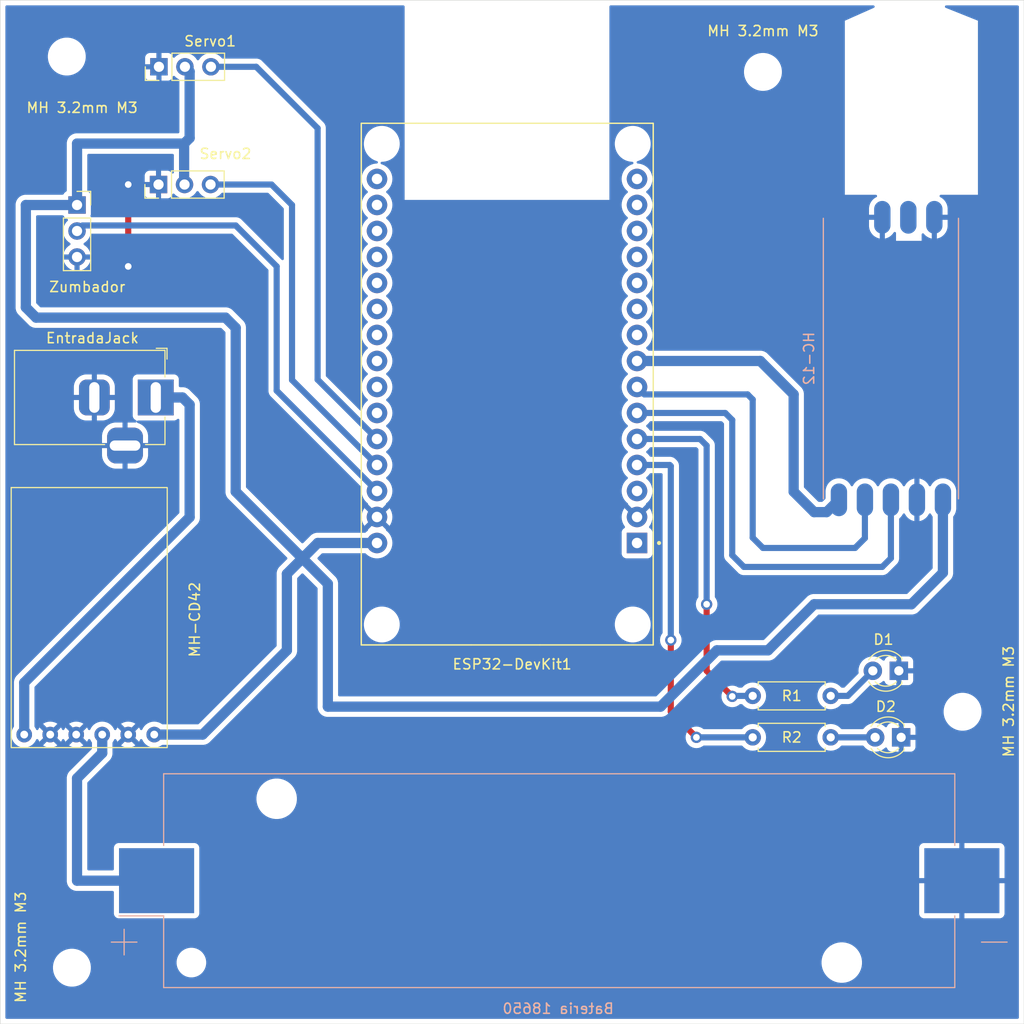
<source format=kicad_pcb>
(kicad_pcb (version 20240108) (generator "pcbnew") (generator_version "8.0")
  (layers (0 "F.Cu" signal) (31 "B.Cu" signal) (34 "B.Paste" user) (35 "F.Paste" user) (36 "B.SilkS" user "B.Silkscreen") (37 "F.SilkS" user "F.Silkscreen") (38 "B.Mask" user) (39 "F.Mask" user) (44 "Edge.Cuts" user))
  (net 0 "")
  (net 1 "+BATT")
  (net 2 "GND")
  (net 3 "/servo_1")
  (net 4 "+5V")
  (net 5 "/servo_2")
  (net 6 "VDC")
  (net 7 "/zumbador")
  (net 8 "Net-(U1-RX2)")
  (net 9 "Net-(U1-TX2)")
  (net 10 "/set_1")
  (net 31 "Net-(D1-A)")
  (net 32 "Net-(D2-A)")
  (net 33 "/resistencia1")
  (net 34 "/resistencia2")
  (footprint "MountingHole:MountingHole_3.2mm_M3" (layer "F.Cu") (at 80.5 46)
    (property "Reference" "MH 3.2mm M3" (at 1.5 5 0) (layer "F.SilkS"))
    (property "Value" "MH 3.2mm M3")
    (pad "" np_thru_hole circle (at 0 0) (size 3.2 3.2) (drill 3.2) (layers "F&B.Cu" "*.Mask"))
  )
  (footprint "Connector_PinHeader_2.54mm:PinHeader_1x03_P2.54mm_Vertical" (layer "F.Cu") (at 89.46 58.5 90)
    (property "Reference" "Servo2" (at 3 6.54 180) (layer "F.SilkS"))
    (property "Value" "Servo2")
    (fp_line (start -1.33 -1.33) (end 0 -1.33) (stroke (width 0.12)) (layer "F.SilkS"))
    (fp_line (start -1.33 0) (end -1.33 -1.33) (stroke (width 0.12)) (layer "F.SilkS"))
    (fp_line (start 1.33 1.27) (end 1.33 6.41) (stroke (width 0.12)) (layer "F.SilkS"))
    (fp_line (start -1.33 1.27) (end 1.33 1.27) (stroke (width 0.12)) (layer "F.SilkS"))
    (fp_line (start -1.33 1.27) (end -1.33 6.41) (stroke (width 0.12)) (layer "F.SilkS"))
    (fp_line (start -1.33 6.41) (end 1.33 6.41) (stroke (width 0.12)) (layer "F.SilkS"))
    (pad "1" thru_hole rect (at 0 0 90) (size 1.7 1.7) (drill 1) (layers "*.Cu" "*.Mask") (net 2 "GND"))
    (pad "2" thru_hole oval (at 0 2.54 90) (size 1.7 1.7) (drill 1) (layers "*.Cu" "*.Mask") (net 4 "+5V"))
    (pad "3" thru_hole oval (at 0 5.08 90) (size 1.7 1.7) (drill 1) (layers "*.Cu" "*.Mask") (net 5 "/servo_2"))
  )
  (footprint "MH-CD42:mh-cd42" (layer "F.Cu") (at 82.69 100.8)
    (property "Reference" "MH-CD42" (at 10.31 0.2 90) (layer "F.SilkS"))
    (property "Value" "MH-CD42")
    (fp_rect (start -7.62 -12.7) (end 7.62 12.7) (stroke (width 0.12)) (fill none) (layer "F.SilkS"))
    (pad "1" thru_hole circle (at -6.35 11.43) (size 1.524 1.524) (drill 0.762) (layers "*.Cu" "*.Mask") (net 6 "VDC"))
    (pad "2" thru_hole circle (at -3.81 11.43) (size 1.524 1.524) (drill 0.762) (layers "*.Cu" "*.Mask") (net 2 "GND"))
    (pad "3" thru_hole circle (at -1.27 11.43) (size 1.524 1.524) (drill 0.762) (layers "*.Cu" "*.Mask") (net 2 "GND"))
    (pad "4" thru_hole circle (at 1.27 11.43) (size 1.524 1.524) (drill 0.762) (layers "*.Cu" "*.Mask") (net 1 "+BATT"))
    (pad "5" thru_hole circle (at 3.81 11.43) (size 1.524 1.524) (drill 0.762) (layers "*.Cu" "*.Mask") (net 2 "GND"))
    (pad "6" thru_hole circle (at 6.35 11.43) (size 1.524 1.524) (drill 0.762) (layers "*.Cu" "*.Mask") (net 4 "+5V"))
  )
  (footprint "Connector_PinHeader_2.54mm:PinHeader_1x03_P2.54mm_Vertical" (layer "F.Cu") (at 89.5 47 90)
    (property "Reference" "Servo1" (at 2.5 5 180) (layer "F.SilkS"))
    (property "Value" "Servo1")
    (fp_line (start -1.33 -1.33) (end 0 -1.33) (stroke (width 0.12)) (layer "F.SilkS"))
    (fp_line (start -1.33 0) (end -1.33 -1.33) (stroke (width 0.12)) (layer "F.SilkS"))
    (fp_line (start 1.33 1.27) (end 1.33 6.41) (stroke (width 0.12)) (layer "F.SilkS"))
    (fp_line (start -1.33 1.27) (end 1.33 1.27) (stroke (width 0.12)) (layer "F.SilkS"))
    (fp_line (start -1.33 1.27) (end -1.33 6.41) (stroke (width 0.12)) (layer "F.SilkS"))
    (fp_line (start -1.33 6.41) (end 1.33 6.41) (stroke (width 0.12)) (layer "F.SilkS"))
    (pad "1" thru_hole rect (at 0 0 90) (size 1.7 1.7) (drill 1) (layers "*.Cu" "*.Mask") (net 2 "GND"))
    (pad "2" thru_hole oval (at 0 2.54 90) (size 1.7 1.7) (drill 1) (layers "*.Cu" "*.Mask") (net 4 "+5V"))
    (pad "3" thru_hole oval (at 0 5.08 90) (size 1.7 1.7) (drill 1) (layers "*.Cu" "*.Mask") (net 3 "/servo_1"))
  )
  (footprint "Resistor_THT:R_Axial_DIN0207_L6.3mm_D2.5mm_P7.62mm_Horizontal" (layer "F.Cu") (at 147.5 108.45)
    (property "Reference" "R1" (at 3.81 0 0) (layer "F.SilkS"))
    (property "Value" "R" (hide yes))
    (fp_line (start 0.54 -1.37) (end 7.08 -1.37) (stroke (width 0.12)) (layer "F.SilkS"))
    (fp_line (start 0.54 -1.04) (end 0.54 -1.37) (stroke (width 0.12)) (layer "F.SilkS"))
    (fp_line (start 0.54 1.04) (end 0.54 1.37) (stroke (width 0.12)) (layer "F.SilkS"))
    (fp_line (start 0.54 1.37) (end 7.08 1.37) (stroke (width 0.12)) (layer "F.SilkS"))
    (fp_line (start 7.08 -1.37) (end 7.08 -1.04) (stroke (width 0.12)) (layer "F.SilkS"))
    (fp_line (start 7.08 1.37) (end 7.08 1.04) (stroke (width 0.12)) (layer "F.SilkS"))
    (pad "1" thru_hole circle (at 0 0) (size 1.6 1.6) (drill 0.8) (layers "*.Cu" "*.Mask") (net 33 "/resistencia1"))
    (pad "2" thru_hole oval (at 7.62 0) (size 1.6 1.6) (drill 0.8) (layers "*.Cu" "*.Mask") (net 31 "Net-(D1-A)"))
  )
  (footprint "Connector_BarrelJack:BarrelJack_Horizontal" (layer "F.Cu") (at 89.19 79.3)
    (property "Reference" "EntradaJack" (at -6.19 -5.8 0) (layer "F.SilkS"))
    (property "Value" "Entrada Jack" (hide yes))
    (fp_line (start -13.8 -4.6) (end 0.9 -4.6) (stroke (width 0.12)) (layer "F.SilkS"))
    (fp_line (start -13.8 4.6) (end -13.8 -4.6) (stroke (width 0.12)) (layer "F.SilkS"))
    (fp_line (start -5 4.6) (end -13.8 4.6) (stroke (width 0.12)) (layer "F.SilkS"))
    (fp_line (start 0.05 -4.8) (end 1.1 -4.8) (stroke (width 0.12)) (layer "F.SilkS"))
    (fp_line (start 0.9 -4.6) (end 0.9 -2) (stroke (width 0.12)) (layer "F.SilkS"))
    (fp_line (start 0.9 1.9) (end 0.9 4.6) (stroke (width 0.12)) (layer "F.SilkS"))
    (fp_line (start 0.9 4.6) (end -1 4.6) (stroke (width 0.12)) (layer "F.SilkS"))
    (fp_line (start 1.1 -3.75) (end 1.1 -4.8) (stroke (width 0.12)) (layer "F.SilkS"))
    (pad "1" thru_hole rect (at 0 0) (size 3.5 3.5) (drill oval 1 3) (layers "*.Cu" "*.Mask") (net 6 "VDC"))
    (pad "2" thru_hole roundrect (at -6 0) (size 3 3.5) (drill oval 1 3) (layers "*.Cu" "*.Mask") (net 2 "GND"))
    (pad "3" thru_hole roundrect (at -3 4.7) (size 3.5 3.5) (drill oval 3 1) (layers "*.Cu" "*.Mask") (net 2 "GND"))
  )
  (footprint "Resistor_THT:R_Axial_DIN0207_L6.3mm_D2.5mm_P7.62mm_Horizontal" (layer "F.Cu") (at 147.5 112.5)
    (property "Reference" "R2" (at 3.81 0 0) (layer "F.SilkS"))
    (property "Value" "R" (hide yes))
    (fp_line (start 0.54 -1.37) (end 7.08 -1.37) (stroke (width 0.12)) (layer "F.SilkS"))
    (fp_line (start 0.54 -1.04) (end 0.54 -1.37) (stroke (width 0.12)) (layer "F.SilkS"))
    (fp_line (start 0.54 1.04) (end 0.54 1.37) (stroke (width 0.12)) (layer "F.SilkS"))
    (fp_line (start 0.54 1.37) (end 7.08 1.37) (stroke (width 0.12)) (layer "F.SilkS"))
    (fp_line (start 7.08 -1.37) (end 7.08 -1.04) (stroke (width 0.12)) (layer "F.SilkS"))
    (fp_line (start 7.08 1.37) (end 7.08 1.04) (stroke (width 0.12)) (layer "F.SilkS"))
    (pad "1" thru_hole circle (at 0 0) (size 1.6 1.6) (drill 0.8) (layers "*.Cu" "*.Mask") (net 34 "/resistencia2"))
    (pad "2" thru_hole oval (at 7.62 0) (size 1.6 1.6) (drill 0.8) (layers "*.Cu" "*.Mask") (net 32 "Net-(D2-A)"))
  )
  (footprint "MountingHole:MountingHole_3.2mm_M3" (layer "F.Cu") (at 148.5 47.5)
    (property "Reference" "MH 3.2mm M3" (at 0 -4 0) (layer "F.SilkS"))
    (property "Value" "MH 32mm M3")
    (pad "" np_thru_hole circle (at 0 0) (size 3.2 3.2) (drill 3.2) (layers "F&B.Cu" "*.Mask"))
  )
  (footprint "MountingHole:MountingHole_3.2mm_M3" (layer "F.Cu") (at 81 135)
    (property "Reference" "MH 3.2mm M3" (at -5 -2 90) (layer "F.SilkS"))
    (property "Value" "MountingHole_3.2mm_M3" (hide yes))
    (pad "" np_thru_hole circle (at 0 0) (size 3.2 3.2) (drill 3.2) (layers "*.Cu" "*.Mask"))
  )
  (footprint "MountingHole:MountingHole_3.2mm_M3" (layer "F.Cu") (at 168 110)
    (property "Reference" "MH 3.2mm M3" (at 4.5 -1 90) (layer "F.SilkS"))
    (property "Value" "MH 32mm M3" (hide yes))
    (pad "" np_thru_hole circle (at 0 0) (size 3.2 3.2) (drill 3.2) (layers "F&B.Cu" "*.Mask"))
  )
  (footprint "LED_THT:LED_D3.0mm" (layer "F.Cu") (at 161.775 106 180)
    (property "Reference" "D1" (at 1.5 3.05 0) (layer "F.SilkS"))
    (property "Value" "LED" (hide yes))
    (fp_line (start -0.29 1.08) (end -0.29 1.236) (stroke (width 0.12)) (layer "F.SilkS"))
    (fp_line (start -0.29 -1.236) (end -0.29 -1.08) (stroke (width 0.12)) (layer "F.SilkS"))
    (fp_arc (start 2.942335 1.078608) (mid 1.366487 1.987659) (end -0.29 1.235516) (stroke (width 0.12)) (layer "F.SilkS"))
    (fp_arc (start 2.31113 1.079837) (mid 1.270117 1.5) (end 0.229039 1.08) (stroke (width 0.12)) (layer "F.SilkS"))
    (fp_arc (start 0.229039 -1.08) (mid 1.270117 -1.5) (end 2.31113 -1.079837) (stroke (width 0.12)) (layer "F.SilkS"))
    (fp_arc (start -0.29 -1.235516) (mid 1.366487 -1.987659) (end 2.942335 -1.078608) (stroke (width 0.12)) (layer "F.SilkS"))
    (pad "1" thru_hole rect (at 0 0 180) (size 1.8 1.8) (drill 0.9) (layers "*.Cu" "*.Mask") (net 2 "GND"))
    (pad "2" thru_hole circle (at 2.54 0 180) (size 1.8 1.8) (drill 0.9) (layers "*.Cu" "*.Mask") (net 31 "Net-(D1-A)"))
  )
  (footprint "LED_THT:LED_D3.0mm" (layer "F.Cu") (at 162 112.5 180)
    (property "Reference" "D2" (at 1.5 3 0) (layer "F.SilkS"))
    (property "Value" "LED" (hide yes))
    (fp_line (start -0.29 1.08) (end -0.29 1.236) (stroke (width 0.12)) (layer "F.SilkS"))
    (fp_line (start -0.29 -1.236) (end -0.29 -1.08) (stroke (width 0.12)) (layer "F.SilkS"))
    (fp_arc (start 2.942335 1.078608) (mid 1.366487 1.987659) (end -0.29 1.235516) (stroke (width 0.12)) (layer "F.SilkS"))
    (fp_arc (start 2.31113 1.079837) (mid 1.270117 1.5) (end 0.229039 1.08) (stroke (width 0.12)) (layer "F.SilkS"))
    (fp_arc (start 0.229039 -1.08) (mid 1.270117 -1.5) (end 2.31113 -1.079837) (stroke (width 0.12)) (layer "F.SilkS"))
    (fp_arc (start -0.29 -1.235516) (mid 1.366487 -1.987659) (end 2.942335 -1.078608) (stroke (width 0.12)) (layer "F.SilkS"))
    (pad "1" thru_hole rect (at 0 0 180) (size 1.8 1.8) (drill 0.9) (layers "*.Cu" "*.Mask") (net 2 "GND"))
    (pad "2" thru_hole circle (at 2.54 0 180) (size 1.8 1.8) (drill 0.9) (layers "*.Cu" "*.Mask") (net 32 "Net-(D2-A)"))
  )
  (footprint "Connector_PinSocket_2.54mm:PinSocket_1x03_P2.54mm_Vertical" (layer "F.Cu") (at 81.5 60.5)
    (property "Reference" "Zumbador" (at 1 8 180) (layer "F.SilkS"))
    (property "Value" "Zumbador")
    (fp_line (start -1.33 1.27) (end -1.33 6.41) (stroke (width 0.12)) (layer "F.SilkS"))
    (fp_line (start -1.33 1.27) (end 1.33 1.27) (stroke (width 0.12)) (layer "F.SilkS"))
    (fp_line (start -1.33 6.41) (end 1.33 6.41) (stroke (width 0.12)) (layer "F.SilkS"))
    (fp_line (start 0 -1.33) (end 1.33 -1.33) (stroke (width 0.12)) (layer "F.SilkS"))
    (fp_line (start 1.33 -1.33) (end 1.33 0) (stroke (width 0.12)) (layer "F.SilkS"))
    (fp_line (start 1.33 1.27) (end 1.33 6.41) (stroke (width 0.12)) (layer "F.SilkS"))
    (pad "1" thru_hole rect (at 0 0) (size 1.7 1.7) (drill 1) (layers "*.Cu" "*.Mask") (net 4 "+5V"))
    (pad "2" thru_hole oval (at 0 2.54) (size 1.7 1.7) (drill 1) (layers "*.Cu" "*.Mask") (net 7 "/zumbador"))
    (pad "3" thru_hole oval (at 0 5.08) (size 1.7 1.7) (drill 1) (layers "*.Cu" "*.Mask") (net 2 "GND"))
  )
  (footprint "esp32devkit1:MODULE_ESP32_DEVKIT_V1" (layer "F.Cu") (at 123.5 78 180)
    (property "Reference" "ESP32-DevKit1" (at -0.5 -27.36 0) (layer "F.SilkS"))
    (property "Value" "ESP32-DEVKIT-V1")
    (fp_line (start 14.23 25.475) (end -14.28 25.475) (stroke (width 0.127)) (layer "F.SilkS"))
    (fp_line (start 14.23 -25.475) (end 14.23 25.475) (stroke (width 0.127)) (layer "F.SilkS"))
    (fp_line (start 14.23 -25.475) (end 14.23 25.475) (stroke (width 0.127)) (layer "F.SilkS"))
    (fp_line (start 8.78 25.475) (end 14.23 25.475) (stroke (width 0.127)) (layer "F.SilkS"))
    (fp_line (start 3.5 -25.475) (end 14.23 -25.475) (stroke (width 0.127)) (layer "F.SilkS"))
    (fp_line (start -3.211 -25.475) (end 3.5 -25.475) (stroke (width 0.127)) (layer "F.SilkS"))
    (fp_line (start -8.91 25.475) (end 8.78 25.475) (stroke (width 0.127)) (layer "F.SilkS"))
    (fp_line (start -14.28 25.475) (end -8.91 25.475) (stroke (width 0.127)) (layer "F.SilkS"))
    (fp_line (start -14.28 25.475) (end -14.28 -25.475) (stroke (width 0.127)) (layer "F.SilkS"))
    (fp_line (start -14.28 25.475) (end -14.28 -25.475) (stroke (width 0.127)) (layer "F.SilkS"))
    (fp_line (start -14.28 -25.475) (end 14.23 -25.475) (stroke (width 0.127)) (layer "F.SilkS"))
    (fp_line (start -14.28 -25.475) (end -3.211 -25.475) (stroke (width 0.127)) (layer "F.SilkS"))
    (fp_circle (center -14.85 -15.515) (end -14.75 -15.515) (stroke (width 0.2)) (fill none) (layer "F.SilkS"))
    (pad "" np_thru_hole circle (at -12.28 -23.475 180) (size 3 3) (drill 3) (layers "*.Cu" "*.Mask"))
    (pad "" np_thru_hole circle (at -12.28 23.475 180) (size 3 3) (drill 3) (layers "*.Cu" "*.Mask"))
    (pad "" np_thru_hole circle (at 12.23 -23.475 180) (size 3 3) (drill 3) (layers "*.Cu" "*.Mask"))
    (pad "" np_thru_hole circle (at 12.23 23.475 180) (size 3 3) (drill 3) (layers "*.Cu" "*.Mask"))
    (pad "1" thru_hole rect (at -12.7 -15.515 180) (size 2 2) (drill 1.02) (layers "*.Cu" "*.Mask"))
    (pad "2" thru_hole circle (at -12.7 -12.975 180) (size 2 2) (drill 1.02) (layers "*.Cu" "*.Mask") (net 2 "GND"))
    (pad "3" thru_hole circle (at -12.7 -10.435 180) (size 2 2) (drill 1.02) (layers "*.Cu" "*.Mask"))
    (pad "4" thru_hole circle (at -12.7 -7.895 180) (size 2 2) (drill 1.02) (layers "*.Cu" "*.Mask") (net 34 "/resistencia2"))
    (pad "5" thru_hole circle (at -12.7 -5.355 180) (size 2 2) (drill 1.02) (layers "*.Cu" "*.Mask") (net 33 "/resistencia1"))
    (pad "6" thru_hole circle (at -12.7 -2.815 180) (size 2 2) (drill 1.02) (layers "*.Cu" "*.Mask") (net 8 "Net-(U1-RX2)"))
    (pad "7" thru_hole circle (at -12.7 -0.275 180) (size 2 2) (drill 1.02) (layers "*.Cu" "*.Mask") (net 9 "Net-(U1-TX2)"))
    (pad "8" thru_hole circle (at -12.7 2.265 180) (size 2 2) (drill 1.02) (layers "*.Cu" "*.Mask") (net 10 "/set_1"))
    (pad "9" thru_hole circle (at -12.7 4.805 180) (size 2 2) (drill 1.02) (layers "*.Cu" "*.Mask"))
    (pad "10" thru_hole circle (at -12.7 7.345 180) (size 2 2) (drill 1.02) (layers "*.Cu" "*.Mask"))
    (pad "11" thru_hole circle (at -12.7 9.885 180) (size 2 2) (drill 1.02) (layers "*.Cu" "*.Mask"))
    (pad "12" thru_hole circle (at -12.7 12.425 180) (size 2 2) (drill 1.02) (layers "*.Cu" "*.Mask"))
    (pad "13" thru_hole circle (at -12.7 14.965 180) (size 2 2) (drill 1.02) (layers "*.Cu" "*.Mask"))
    (pad "14" thru_hole circle (at -12.7 17.505 180) (size 2 2) (drill 1.02) (layers "*.Cu" "*.Mask"))
    (pad "15" thru_hole circle (at -12.7 20.045 180) (size 2 2) (drill 1.02) (layers "*.Cu" "*.Mask"))
    (pad "16" thru_hole circle (at 12.7 20.045 180) (size 2 2) (drill 1.02) (layers "*.Cu" "*.Mask"))
    (pad "17" thru_hole circle (at 12.7 17.505 180) (size 2 2) (drill 1.02) (layers "*.Cu" "*.Mask"))
    (pad "18" thru_hole circle (at 12.7 14.965 180) (size 2 2) (drill 1.02) (layers "*.Cu" "*.Mask"))
    (pad "19" thru_hole circle (at 12.7 12.425 180) (size 2 2) (drill 1.02) (layers "*.Cu" "*.Mask"))
    (pad "20" thru_hole circle (at 12.7 9.885 180) (size 2 2) (drill 1.02) (layers "*.Cu" "*.Mask"))
    (pad "21" thru_hole circle (at 12.7 7.345 180) (size 2 2) (drill 1.02) (layers "*.Cu" "*.Mask"))
    (pad "22" thru_hole circle (at 12.7 4.805 180) (size 2 2) (drill 1.02) (layers "*.Cu" "*.Mask"))
    (pad "23" thru_hole circle (at 12.7 2.265 180) (size 2 2) (drill 1.02) (layers "*.Cu" "*.Mask"))
    (pad "24" thru_hole circle (at 12.7 -0.275 180) (size 2 2) (drill 1.02) (layers "*.Cu" "*.Mask"))
    (pad "25" thru_hole circle (at 12.7 -2.815 180) (size 2 2) (drill 1.02) (layers "*.Cu" "*.Mask"))
    (pad "26" thru_hole circle (at 12.7 -5.355 180) (size 2 2) (drill 1.02) (layers "*.Cu" "*.Mask") (net 3 "/servo_1"))
    (pad "27" thru_hole circle (at 12.7 -7.895 180) (size 2 2) (drill 1.02) (layers "*.Cu" "*.Mask") (net 5 "/servo_2"))
    (pad "28" thru_hole circle (at 12.7 -10.435 180) (size 2 2) (drill 1.02) (layers "*.Cu" "*.Mask") (net 7 "/zumbador"))
    (pad "29" thru_hole circle (at 12.7 -12.975 180) (size 2 2) (drill 1.02) (layers "*.Cu" "*.Mask") (net 2 "GND"))
    (pad "30" thru_hole circle (at 12.7 -15.515 180) (size 2 2) (drill 1.02) (layers "*.Cu" "*.Mask") (net 4 "+5V"))
    (zone (net 0) (net_name "") (layer "B.Cu") (connect_pads (clearance 0)) (min_thickness 0.01)
      (keepout (tracks not_allowed) (vias not_allowed) (pads not_allowed) (copperpour not_allowed) (footprints allowed))
      (fill (thermal_gap 0.508) (thermal_bridge_width 0.508))
      (polygon (pts (xy 132.41 59.015) (xy 114.72 59.015) (xy 114.72 52.525) (xy 132.41 52.525)))
    )
  )
  (footprint "HC-12:HC-12" (layer "B.Cu") (at 161 75.5 180)
    (property "Reference" "HC-12" (at 8 0 90) (layer "B.SilkS") (effects (justify mirror)))
    (property "Value" "HC-12")
    (fp_line (start 6.6 -13.7) (end 6.6 13.7) (stroke (width 0.127)) (layer "B.SilkS"))
    (fp_line (start -6.6 13.7) (end -6.6 -13.7) (stroke (width 0.127)) (layer "B.SilkS"))
    (pad "1" smd oval (at -5.08 -13.8 180) (size 1.6 3.2) (layers "B.Cu" "B.Paste" "B.Mask") (net 4 "+5V"))
    (pad "2" smd oval (at -2.54 -13.8 180) (size 1.6 3.2) (layers "B.Cu" "B.Paste" "B.Mask") (net 2 "GND"))
    (pad "3" smd oval (at 0 -13.8 180) (size 1.6 3.2) (layers "B.Cu" "B.Paste" "B.Mask") (net 8 "Net-(U1-RX2)"))
    (pad "4" smd oval (at 2.54 -13.8 180) (size 1.6 3.2) (layers "B.Cu" "B.Paste" "B.Mask") (net 9 "Net-(U1-TX2)"))
    (pad "5" smd oval (at 5.08 -13.8 180) (size 1.6 3.2) (layers "B.Cu" "B.Paste" "B.Mask") (net 10 "/set_1"))
    (pad "6" smd oval (at 0.84 13.8 180) (size 1.6 3.2) (layers "B.Cu" "B.Paste" "B.Mask") (net 2 "GND"))
    (pad "7" smd oval (at -1.7 13.8 180) (size 1.6 3.2) (layers "B.Cu" "B.Paste" "B.Mask"))
    (pad "8" smd oval (at -4.24 13.8 180) (size 1.6 3.2) (layers "B.Cu" "B.Paste" "B.Mask") (net 2 "GND"))
  )
  (footprint "Battery:BatteryHolder_Keystone_1042_1x18650" (layer "B.Cu") (at 128.6 126.5)
    (property "Reference" "Bateria 18650" (at -0.1 12.5 0) (layer "B.SilkS") (effects (justify mirror)))
    (property "Value" "Battery" (hide yes))
    (fp_line (start -43 3.44) (end -38.64 3.44) (stroke (width 0.12)) (layer "B.SilkS"))
    (fp_line (start -42.5 7.25) (end -42.5 4.75) (stroke (width 0.12)) (layer "B.SilkS"))
    (fp_line (start -41.25 6) (end -43.75 6) (stroke (width 0.12)) (layer "B.SilkS"))
    (fp_line (start -38.64 -10.44) (end 38.64 -10.44) (stroke (width 0.12)) (layer "B.SilkS"))
    (fp_line (start -38.64 -3.44) (end -38.64 -10.44) (stroke (width 0.12)) (layer "B.SilkS"))
    (fp_line (start -38.64 3.44) (end -38.64 10.44) (stroke (width 0.12)) (layer "B.SilkS"))
    (fp_line (start -38.64 10.44) (end 38.64 10.44) (stroke (width 0.12)) (layer "B.SilkS"))
    (fp_line (start 38.64 -10.44) (end 38.64 -3.44) (stroke (width 0.12)) (layer "B.SilkS"))
    (fp_line (start 38.64 10.42) (end 38.64 3.44) (stroke (width 0.12)) (layer "B.SilkS"))
    (fp_line (start 41.25 6) (end 43.75 6) (stroke (width 0.12)) (layer "B.SilkS"))
    (pad "" np_thru_hole circle (at -35.93 8) (size 2.39 2.39) (drill 2.39) (layers "*.Cu" "*.Mask"))
    (pad "" np_thru_hole circle (at -27.6 -8) (size 3.45 3.45) (drill 3.45) (layers "*.Cu" "*.Mask"))
    (pad "" np_thru_hole circle (at 27.6 8) (size 3.45 3.45) (drill 3.45) (layers "*.Cu" "*.Mask"))
    (pad "1" smd rect (at -39.33 0) (size 7.34 6.35) (layers "B.Cu" "B.Paste" "B.Mask") (net 1 "+BATT"))
    (pad "2" smd rect (at 39.33 0) (size 7.34 6.35) (layers "B.Cu" "B.Paste" "B.Mask") (net 2 "GND"))
  )
  (gr_rect (start 74 40.5) (end 174 140.5) (stroke (width 0.05)) (fill none) (layer "Edge.Cuts"))
  (segment (start 81.5 126.5) (end 81.5 116.5) (width 1) (layer "B.Cu") (net 1))
  (segment (start 83.96 114.04) (end 83.96 112.23) (width 1) (layer "B.Cu") (net 1))
  (segment (start 81.5 126.5) (end 89.27 126.5) (width 1) (layer "B.Cu") (net 1))
  (segment (start 81.5 116.5) (end 83.96 114.04) (width 1) (layer "B.Cu") (net 1))
  (segment (start 86.5 58.5) (end 86.5 66.5) (width 0.6) (layer "F.Cu") (net 2))
  (via (at 86.5 58.5) (size 1.1) (drill 0.65) (layers "F.Cu" "B.Cu") (net 2))
  (via (at 86.5 66.5) (size 1.1) (drill 0.65) (layers "F.Cu" "B.Cu") (net 2))
  (segment (start 105 53) (end 105 77.555) (width 0.6) (layer "B.Cu") (net 3))
  (segment (start 94.58 47) (end 99 47) (width 0.6) (layer "B.Cu") (net 3))
  (segment (start 105 77.555) (end 110.8 83.355) (width 0.6) (layer "B.Cu") (net 3))
  (segment (start 99 47) (end 105 53) (width 0.6) (layer "B.Cu") (net 3))
  (segment (start 103.515 95.015) (end 106 97.5) (width 1) (layer "B.Cu") (net 4))
  (segment (start 93.77 112.23) (end 89.04 112.23) (width 1) (layer "B.Cu") (net 4))
  (segment (start 97 88.5) (end 103.515 95.015) (width 1) (layer "B.Cu") (net 4))
  (segment (start 105.015 93.515) (end 110.8 93.515) (width 1) (layer "B.Cu") (net 4))
  (segment (start 163 99.5) (end 166.08 96.42) (width 1) (layer "B.Cu") (net 4))
  (segment (start 166.08 96.42) (end 166.08 89.3) (width 1) (layer "B.Cu") (net 4))
  (segment (start 106 109.5) (end 138.5 109.5) (width 1) (layer "B.Cu") (net 4))
  (segment (start 106 97.5) (end 106 109.5) (width 1) (layer "B.Cu") (net 4))
  (segment (start 81.5 60.5) (end 81.5 54.5) (width 1) (layer "B.Cu") (net 4))
  (segment (start 76.5 60.5) (end 76.5 70.5) (width 1) (layer "B.Cu") (net 4))
  (segment (start 97 72.5) (end 97 88.5) (width 1) (layer "B.Cu") (net 4))
  (segment (start 77.5 71.5) (end 96 71.5) (width 1) (layer "B.Cu") (net 4))
  (segment (start 81.5 60.5) (end 76.5 60.5) (width 1) (layer "B.Cu") (net 4))
  (segment (start 144 104) (end 149 104) (width 1) (layer "B.Cu") (net 4))
  (segment (start 149 104) (end 153.5 99.5) (width 1) (layer "B.Cu") (net 4))
  (segment (start 81.5 54.5) (end 91.96 54.5) (width 1) (layer "B.Cu") (net 4))
  (segment (start 76.5 70.5) (end 77.5 71.5) (width 1) (layer "B.Cu") (net 4))
  (segment (start 153.5 99.5) (end 163 99.5) (width 1) (layer "B.Cu") (net 4))
  (segment (start 91.96 58.46) (end 92 58.5) (width 1) (layer "B.Cu") (net 4))
  (segment (start 92.5 47.46) (end 92.04 47) (width 1) (layer "B.Cu") (net 4))
  (segment (start 92.5 53.96) (end 92.5 47.46) (width 1) (layer "B.Cu") (net 4))
  (segment (start 96 71.5) (end 97 72.5) (width 1) (layer "B.Cu") (net 4))
  (segment (start 138.5 109.5) (end 144 104) (width 1) (layer "B.Cu") (net 4))
  (segment (start 91.96 54.5) (end 91.96 58.46) (width 1) (layer "B.Cu") (net 4))
  (segment (start 103.515 95.015) (end 105.015 93.515) (width 1) (layer "B.Cu") (net 4))
  (segment (start 91.96 54.5) (end 92.5 53.96) (width 1) (layer "B.Cu") (net 4))
  (segment (start 93.77 112.23) (end 102 104) (width 1) (layer "B.Cu") (net 4))
  (segment (start 102 96.53) (end 103.515 95.015) (width 1) (layer "B.Cu") (net 4))
  (segment (start 102 104) (end 102 96.53) (width 1) (layer "B.Cu") (net 4))
  (segment (start 94.54 58.5) (end 100.5 58.5) (width 0.6) (layer "B.Cu") (net 5))
  (segment (start 102.5 60.5) (end 102.5 77.595) (width 0.6) (layer "B.Cu") (net 5))
  (segment (start 102.5 77.595) (end 110.8 85.895) (width 0.6) (layer "B.Cu") (net 5))
  (segment (start 100.5 58.5) (end 102.5 60.5) (width 0.6) (layer "B.Cu") (net 5))
  (segment (start 76.34 112.23) (end 76.34 107.16) (width 1) (layer "B.Cu") (net 6))
  (segment (start 76.34 107.16) (end 92.5 91) (width 1) (layer "B.Cu") (net 6))
  (segment (start 92.5 80) (end 91.8 79.3) (width 1) (layer "B.Cu") (net 6))
  (segment (start 92.5 91) (end 92.5 80) (width 1) (layer "B.Cu") (net 6))
  (segment (start 91.8 79.3) (end 89.19 79.3) (width 1) (layer "B.Cu") (net 6))
  (segment (start 81.5 63.04) (end 82.04 62.5) (width 0.6) (layer "B.Cu") (net 7))
  (segment (start 82.04 62.5) (end 97 62.5) (width 0.6) (layer "B.Cu") (net 7))
  (segment (start 97 62.5) (end 101 66.5) (width 0.6) (layer "B.Cu") (net 7))
  (segment (start 101 66.5) (end 101 78.635) (width 0.6) (layer "B.Cu") (net 7))
  (segment (start 101 78.635) (end 110.8 88.435) (width 0.6) (layer "B.Cu") (net 7))
  (segment (start 145.5 81.5) (end 144.815 80.815) (width 0.6) (layer "B.Cu") (net 8))
  (segment (start 161 89.3) (end 161 95) (width 0.6) (layer "B.Cu") (net 8))
  (segment (start 144.815 80.815) (end 136.2 80.815) (width 0.6) (layer "B.Cu") (net 8))
  (segment (start 146.646 95.854) (end 145.5 94.708) (width 0.6) (layer "B.Cu") (net 8))
  (segment (start 145.5 94.708) (end 145.5 81.5) (width 0.6) (layer "B.Cu") (net 8))
  (segment (start 160.146 95.854) (end 146.646 95.854) (width 0.6) (layer "B.Cu") (net 8))
  (segment (start 161 95) (end 160.146 95.854) (width 0.6) (layer "B.Cu") (net 8))
  (segment (start 158.46 93.04) (end 157.5 94) (width 0.6) (layer "B.Cu") (net 9))
  (segment (start 157.5 94) (end 148.5 94) (width 0.6) (layer "B.Cu") (net 9))
  (segment (start 148.5 94) (end 147.5 93) (width 0.6) (layer "B.Cu") (net 9))
  (segment (start 158.46 89.3) (end 158.46 93.04) (width 0.6) (layer "B.Cu") (net 9))
  (segment (start 147.5 93) (end 147.5 79.5) (width 0.6) (layer "B.Cu") (net 9))
  (segment (start 136.925 79) (end 136.2 78.275) (width 0.6) (layer "B.Cu") (net 9))
  (segment (start 147 79) (end 136.925 79) (width 0.6) (layer "B.Cu") (net 9))
  (segment (start 147.5 79.5) (end 147 79) (width 0.6) (layer "B.Cu") (net 9))
  (segment (start 151.5 79) (end 148.235 75.735) (width 1) (layer "B.Cu") (net 10))
  (segment (start 153.5 90.5) (end 151.5 88.5) (width 1) (layer "B.Cu") (net 10))
  (segment (start 148.235 75.735) (end 136.2 75.735) (width 1) (layer "B.Cu") (net 10))
  (segment (start 151.5 88.5) (end 151.5 79) (width 1) (layer "B.Cu") (net 10))
  (segment (start 153.5 90.5) (end 154.72 90.5) (width 1) (layer "B.Cu") (net 10))
  (segment (start 154.72 90.5) (end 155.92 89.3) (width 1) (layer "B.Cu") (net 10))
  (segment (start 156.785 108.45) (end 159.235 106) (width 0.6) (layer "B.Cu") (net 31))
  (segment (start 155.12 108.45) (end 156.785 108.45) (width 0.6) (layer "B.Cu") (net 31))
  (segment (start 155.12 112.5) (end 159.46 112.5) (width 0.6) (layer "B.Cu") (net 32))
  (segment (start 145.5 108.5) (end 143 106) (width 0.6) (layer "F.Cu") (net 33))
  (segment (start 143 106) (end 143 99.5) (width 0.6) (layer "F.Cu") (net 33))
  (via (at 143 99.5) (size 1.1) (drill 0.65) (layers "F.Cu" "B.Cu") (net 33))
  (via (at 145.5 108.5) (size 1.1) (drill 0.65) (layers "F.Cu" "B.Cu") (net 33))
  (segment (start 147.5 108.45) (end 145.55 108.45) (width 0.6) (layer "B.Cu") (net 33))
  (segment (start 145.55 108.45) (end 145.5 108.5) (width 0.6) (layer "B.Cu") (net 33))
  (segment (start 136.2 83.355) (end 142.355 83.355) (width 0.6) (layer "B.Cu") (net 33))
  (segment (start 142.355 83.355) (end 143 84) (width 0.6) (layer "B.Cu") (net 33))
  (segment (start 143 84) (end 143 99.5) (width 0.6) (layer "B.Cu") (net 33))
  (segment (start 139.5 103) (end 139.5 110) (width 0.6) (layer "F.Cu") (net 34))
  (segment (start 139.5 110) (end 142 112.5) (width 0.6) (layer "F.Cu") (net 34))
  (via (at 139.5 103) (size 1.1) (drill 0.65) (layers "F.Cu" "B.Cu") (net 34))
  (via (at 142 112.5) (size 1.1) (drill 0.65) (layers "F.Cu" "B.Cu") (net 34))
  (segment (start 147.5 112.5) (end 142 112.5) (width 0.6) (layer "B.Cu") (net 34))
  (segment (start 139.395 85.895) (end 139.5 86) (width 0.6) (layer "B.Cu") (net 34))
  (segment (start 139.5 86) (end 139.5 103) (width 0.6) (layer "B.Cu") (net 34))
  (segment (start 136.2 85.895) (end 139.395 85.895) (width 0.6) (layer "B.Cu") (net 34))
  (zone (net 2) (net_name "GND") (layer "B.Cu") (connect_pads (clearance 0.5)) (min_thickness 0.25) (fill yes (thermal_gap 0.5) (thermal_bridge_width 0.5))
    (polygon (pts (xy 74 40.5) (xy 74 140.5) (xy 174 140.5) (xy 174 40.5) (xy 164.5 40.5) (xy 169.5 42.5) (xy 169.5 59.5) (xy 164 59.5) (xy 164 64) (xy 161.5 64) (xy 161.5 59.5) (xy 156.5 59.5) (xy 156.5 42.5) (xy 161 40.5) (xy 133.5 40.5) (xy 133.5 60) (xy 113.5 60) (xy 113.5 40.5)))
  )
)
</source>
